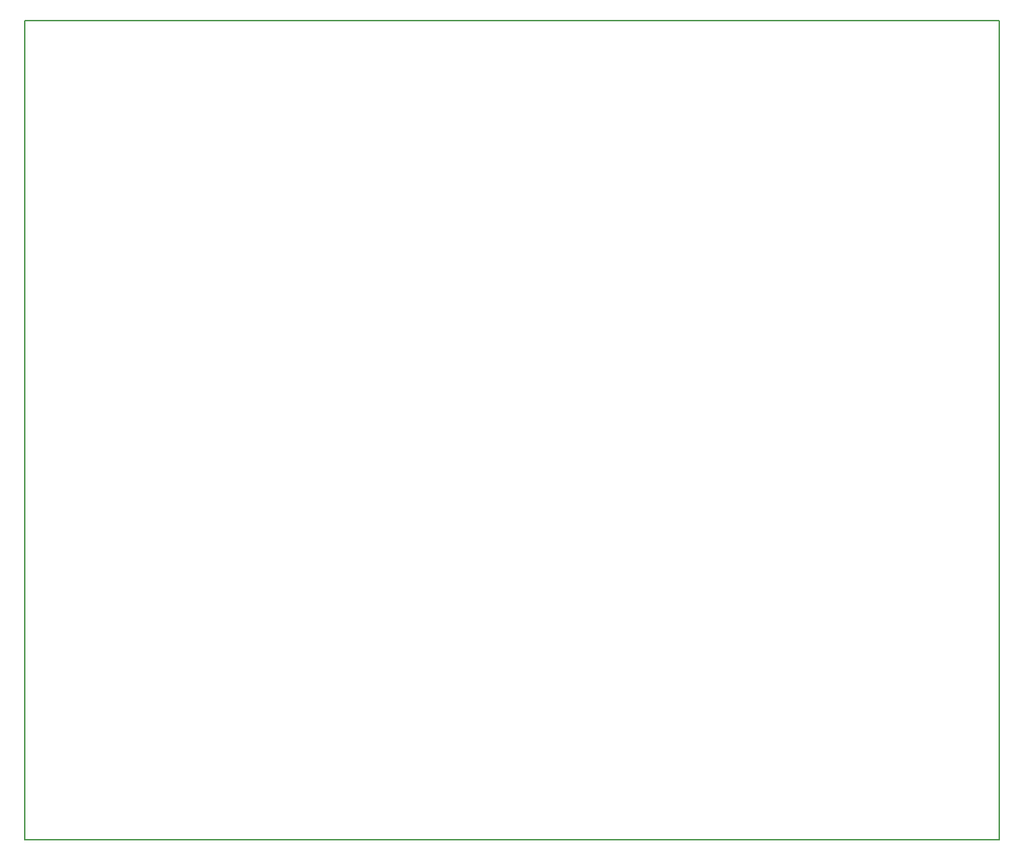
<source format=gm1>
G04*
G04 #@! TF.GenerationSoftware,Altium Limited,Altium Designer,19.0.4 (130)*
G04*
G04 Layer_Color=16711935*
%FSLAX25Y25*%
%MOIN*%
G70*
G01*
G75*
%ADD16C,0.00500*%
D16*
X0Y397638D02*
X472441D01*
Y0D02*
Y397638D01*
X0Y0D02*
X472441D01*
X0D02*
Y397638D01*
M02*

</source>
